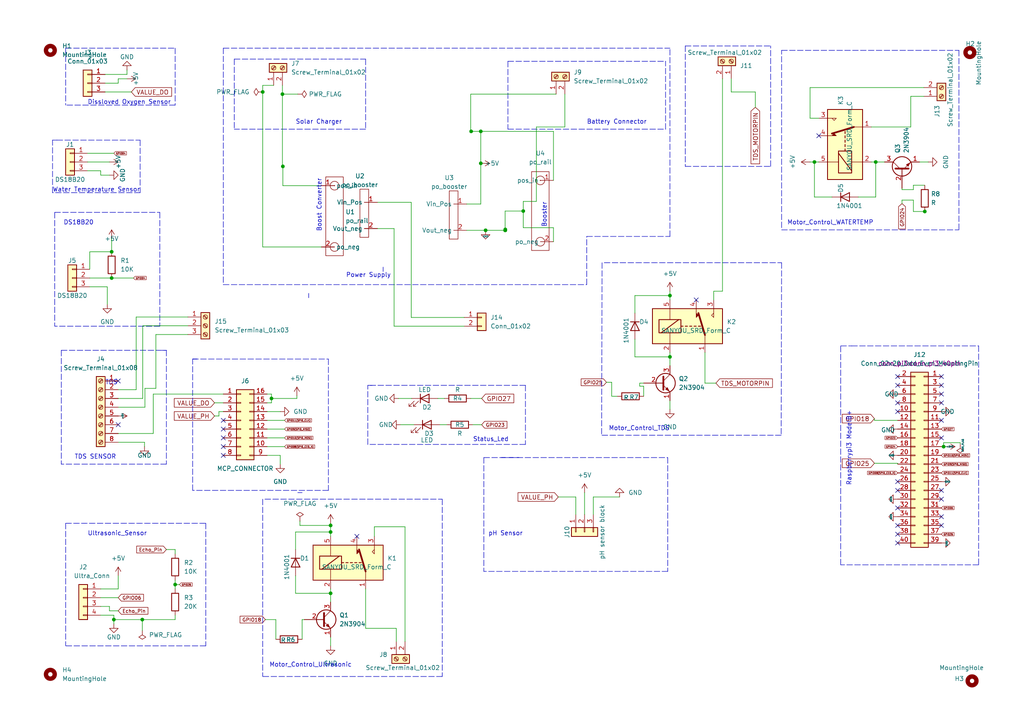
<source format=kicad_sch>
(kicad_sch (version 20211123) (generator eeschema)
  (paper "A4")
  (lib_symbols
    (symbol "Connector:Screw_Terminal_01x02" (pin_names (offset 1.016) hide)
      (property "Reference" "J" (at 0 2.54 0))
      (property "Value" "Screw_Terminal_01x02" (at 0 -5.08 0))
      (symbol "Screw_Terminal_01x02_1_1"
        (pin passive line (at -5.08 0 0) (length 3.81) (name "Pin_1") (number "1"))
        (pin passive line (at -5.08 -2.54 0) (length 3.81) (name "Pin_2") (number "2"))
      )
    )
    (symbol "Connector:Screw_Terminal_01x03" (pin_names (offset 1.016) hide)
      (property "Reference" "J" (at 0 5.08 0))
      (property "Value" "Screw_Terminal_01x03" (at 0 -5.08 0))
      (symbol "Screw_Terminal_01x03_1_1"
        (pin passive line (at -5.08 2.54 0) (length 3.81) (name "Pin_1") (number "1"))
        (pin passive line (at -5.08 0 0) (length 3.81) (name "Pin_2") (number "2"))
        (pin passive line (at -5.08 -2.54 0) (length 3.81) (name "Pin_3") (number "3"))
      )
    )
    (symbol "Connector:Screw_Terminal_01x08" (pin_names (offset 1.016) hide)
      (property "Reference" "J" (at 0 10.16 0))
      (property "Value" "Screw_Terminal_01x08" (at 0 -12.7 0))
      (symbol "Screw_Terminal_01x08_1_1"
        (pin passive line (at -5.08 7.62 0) (length 3.81) (name "Pin_1") (number "1"))
        (pin passive line (at -5.08 5.08 0) (length 3.81) (name "Pin_2") (number "2"))
        (pin passive line (at -5.08 2.54 0) (length 3.81) (name "Pin_3") (number "3"))
        (pin passive line (at -5.08 0 0) (length 3.81) (name "Pin_4") (number "4"))
        (pin passive line (at -5.08 -2.54 0) (length 3.81) (name "Pin_5") (number "5"))
        (pin passive line (at -5.08 -5.08 0) (length 3.81) (name "Pin_6") (number "6"))
        (pin passive line (at -5.08 -7.62 0) (length 3.81) (name "Pin_7") (number "7"))
        (pin passive line (at -5.08 -10.16 0) (length 3.81) (name "Pin_8") (number "8"))
      )
    )
    (symbol "Connector_Generic:Conn_01x02" (pin_names (offset 1.016) hide)
      (property "Reference" "J" (at 0 2.54 0))
      (property "Value" "Conn_01x02" (at 0 -5.08 0))
      (symbol "Conn_01x02_1_1"
        (pin passive line (at -5.08 0 0) (length 3.81) (name "Pin_1") (number "1"))
        (pin passive line (at -5.08 -2.54 0) (length 3.81) (name "Pin_2") (number "2"))
      )
    )
    (symbol "Connector_Generic:Conn_01x03" (pin_names (offset 1.016) hide)
      (property "Reference" "J" (at 0 5.08 0))
      (property "Value" "Conn_01x03" (at 0 -5.08 0))
      (symbol "Conn_01x03_1_1"
        (pin passive line (at -5.08 2.54 0) (length 3.81) (name "Pin_1") (number "1"))
        (pin passive line (at -5.08 0 0) (length 3.81) (name "Pin_2") (number "2"))
        (pin passive line (at -5.08 -2.54 0) (length 3.81) (name "Pin_3") (number "3"))
      )
    )
    (symbol "Connector_Generic:Conn_01x04" (pin_names (offset 1.016) hide)
      (property "Reference" "J" (at 0 5.08 0))
      (property "Value" "Conn_01x04" (at 0 -7.62 0))
      (symbol "Conn_01x04_1_1"
        (pin passive line (at -5.08 2.54 0) (length 3.81) (name "Pin_1") (number "1"))
        (pin passive line (at -5.08 0 0) (length 3.81) (name "Pin_2") (number "2"))
        (pin passive line (at -5.08 -2.54 0) (length 3.81) (name "Pin_3") (number "3"))
        (pin passive line (at -5.08 -5.08 0) (length 3.81) (name "Pin_4") (number "4"))
      )
    )
    (symbol "Connector_Generic:Conn_02x08_Row_Letter_Last" (pin_names (offset 1.016) hide)
      (property "Reference" "J6" (at 1.27 11.43 0))
      (property "Value" "MCP_CONNECTOR" (at 1.27 -13.97 0))
      (symbol "Conn_02x08_Row_Letter_Last_1_1"
        (pin passive line (at -5.08 7.62 0) (length 3.81) (name "Pin_1a") (number "1"))
        (pin passive line (at 7.62 -7.62 180) (length 3.81) (name "Pin_7b") (number "10"))
        (pin passive line (at 7.62 -5.08 180) (length 3.81) (name "Pin_6b") (number "11"))
        (pin passive line (at 7.62 -2.54 180) (length 3.81) (name "Pin_5b") (number "12"))
        (pin passive line (at 7.62 0 180) (length 3.81) (name "Pin_4b") (number "13"))
        (pin passive line (at 7.62 2.54 180) (length 3.81) (name "Pin_3b") (number "14"))
        (pin passive line (at 7.62 5.08 180) (length 3.81) (name "Pin_2b") (number "15"))
        (pin passive line (at 7.62 7.62 180) (length 3.81) (name "Pin_1b") (number "16"))
        (pin passive line (at -5.08 5.08 0) (length 3.81) (name "Pin_2a") (number "2"))
        (pin passive line (at -5.08 2.54 0) (length 3.81) (name "Pin_3a") (number "3"))
        (pin passive line (at -5.08 0 0) (length 3.81) (name "Pin_4a") (number "4"))
        (pin passive line (at -5.08 -2.54 0) (length 3.81) (name "Pin_5a") (number "5"))
        (pin passive line (at -5.08 -5.08 0) (length 3.81) (name "Pin_6a") (number "6"))
        (pin passive line (at -5.08 -7.62 0) (length 3.81) (name "Pin_7a") (number "7"))
        (pin passive line (at -5.08 -10.16 0) (length 3.81) (name "Pin_8a") (number "8"))
        (pin passive line (at 7.62 -10.16 180) (length 3.81) (name "Pin_8b") (number "9"))
      )
    )
    (symbol "Connector_Generic_MountingPin:Conn_02x20_Odd_Even_MountingPin" (pin_names (offset 1.016) hide)
      (property "Reference" "J12" (at 1.27 29.21 0))
      (property "Value" "Conn_02x20_Odd_Even_MountingPin" (at 1.27 26.67 0))
      (property "Footprint" "Connector_IDC:IDC-Header_2x20-1MP_P2.54mm_Latch_Vertical" (at 1.27 26.67 0))
      (symbol "Conn_02x20_Odd_Even_MountingPin_1_1"
        (pin passive line (at -5.08 22.86 0) (length 3.81) (name "Pin_1") (number "1"))
        (pin passive line (at 7.62 12.7 180) (length 3.81) (name "Pin_10") (number "10"))
        (pin passive line (at -5.08 10.16 0) (length 3.81) (name "Pin_11") (number "11"))
        (pin passive line (at 7.62 10.16 180) (length 3.81) (name "Pin_12") (number "12"))
        (pin passive line (at -5.08 7.62 0) (length 3.81) (name "Pin_13") (number "13"))
        (pin passive line (at 7.62 7.62 180) (length 3.81) (name "Pin_14") (number "14"))
        (pin passive line (at -5.08 5.08 0) (length 3.81) (name "Pin_15") (number "15"))
        (pin passive line (at 7.62 5.08 180) (length 3.81) (name "Pin_16") (number "16"))
        (pin passive line (at -5.08 2.54 0) (length 3.81) (name "Pin_17") (number "17"))
        (pin passive line (at 7.62 2.54 180) (length 3.81) (name "Pin_18") (number "18"))
        (pin passive line (at -5.08 0 0) (length 3.81) (name "Pin_19") (number "19"))
        (pin passive line (at 7.62 22.86 180) (length 3.81) (name "Pin_2") (number "2"))
        (pin passive line (at 7.62 0 180) (length 3.81) (name "Pin_20") (number "20"))
        (pin passive line (at -5.08 -2.54 0) (length 3.81) (name "Pin_21") (number "21"))
        (pin passive line (at 7.62 -2.54 180) (length 3.81) (name "Pin_22") (number "22"))
        (pin passive line (at -5.08 -5.08 0) (length 3.81) (name "Pin_23") (number "23"))
        (pin passive line (at 7.62 -5.08 180) (length 3.81) (name "Pin_24") (number "24"))
        (pin passive line (at -5.08 -7.62 0) (length 3.81) (name "Pin_25") (number "25"))
        (pin passive line (at 7.62 -7.62 180) (length 3.81) (name "Pin_26") (number "26"))
        (pin passive line (at -5.08 -10.16 0) (length 3.81) (name "Pin_27") (number "27"))
        (pin passive line (at 7.62 -10.16 180) (length 3.81) (name "Pin_28") (number "28"))
        (pin passive line (at -5.08 -12.7 0) (length 3.81) (name "Pin_29") (number "29"))
        (pin passive line (at -5.08 20.32 0) (length 3.81) (name "Pin_3") (number "3"))
        (pin passive line (at 7.62 -12.7 180) (length 3.81) (name "Pin_30") (number "30"))
        (pin passive line (at -5.08 -15.24 0) (length 3.81) (name "Pin_31") (number "31"))
        (pin passive line (at 7.62 -15.24 180) (length 3.81) (name "Pin_32") (number "32"))
        (pin passive line (at -5.08 -17.78 0) (length 3.81) (name "Pin_33") (number "33"))
        (pin passive line (at 7.62 -17.78 180) (length 3.81) (name "Pin_34") (number "34"))
        (pin passive line (at -5.08 -20.32 0) (length 3.81) (name "Pin_35") (number "35"))
        (pin passive line (at 7.62 -20.32 180) (length 3.81) (name "Pin_36") (number "36"))
        (pin passive line (at -5.08 -22.86 0) (length 3.81) (name "Pin_37") (number "37"))
        (pin passive line (at 7.62 -22.86 180) (length 3.81) (name "Pin_38") (number "38"))
        (pin passive line (at -5.08 -25.4 0) (length 3.81) (name "Pin_39") (number "39"))
        (pin passive line (at 7.62 20.32 180) (length 3.81) (name "Pin_4") (number "4"))
        (pin passive line (at 7.62 -25.4 180) (length 3.81) (name "Pin_40") (number "40"))
        (pin passive line (at -5.08 17.78 0) (length 3.81) (name "Pin_5") (number "5"))
        (pin passive line (at 7.62 17.78 180) (length 3.81) (name "Pin_6") (number "6"))
        (pin passive line (at -5.08 15.24 0) (length 3.81) (name "Pin_7") (number "7"))
        (pin passive line (at 7.62 15.24 180) (length 3.81) (name "Pin_8") (number "8"))
        (pin passive line (at -5.08 12.7 0) (length 3.81) (name "Pin_9") (number "9"))
      )
    )
    (symbol "Device:LED" (pin_numbers hide) (pin_names (offset 1.016) hide)
      (property "Reference" "D" (at 0 2.54 0))
      (property "Value" "LED" (at 0 -2.54 0))
      (symbol "LED_1_1"
        (pin passive line (at -3.81 0 0) (length 2.54) (name "K") (number "1"))
        (pin passive line (at 3.81 0 180) (length 2.54) (name "A") (number "2"))
      )
    )
    (symbol "Device:R" (pin_numbers hide) (pin_names (offset 0))
      (property "Reference" "R" (at 2.032 0 90))
      (property "Value" "R" (at 0 0 90))
      (symbol "R_1_1"
        (pin passive line (at 0 3.81 270) (length 1.27) (name "~") (number "1"))
        (pin passive line (at 0 -3.81 90) (length 1.27) (name "~") (number "2"))
      )
    )
    (symbol "Diode:1N4001" (pin_numbers hide) (pin_names (offset 1.016) hide)
      (property "Reference" "D" (at 0 2.54 0))
      (property "Value" "1N4001" (at 0 -2.54 0))
      (symbol "1N4001_1_1"
        (pin passive line (at -3.81 0 0) (length 2.54) (name "K") (number "1"))
        (pin passive line (at 3.81 0 180) (length 2.54) (name "A") (number "2"))
      )
    )
    (symbol "Mechanical:MountingHole" (pin_names (offset 1.016))
      (property "Reference" "H" (at 0 5.08 0))
      (property "Value" "MountingHole" (at 0 3.175 0))
    )
    (symbol "Relay:SANYOU_SRD_Form_C"
      (property "Reference" "K" (at 11.43 3.81 0))
      (property "Value" "SANYOU_SRD_Form_C" (at 11.43 1.27 0))
      (symbol "SANYOU_SRD_Form_C_1_1"
        (pin passive line (at 5.08 -7.62 90) (length 2.54) (name "~") (number "1"))
        (pin passive line (at -5.08 -7.62 90) (length 2.54) (name "~") (number "2"))
        (pin passive line (at 7.62 7.62 270) (length 2.54) (name "~") (number "3"))
        (pin passive line (at 2.54 7.62 270) (length 2.54) (name "~") (number "4"))
        (pin passive line (at -5.08 7.62 270) (length 2.54) (name "~") (number "5"))
      )
    )
    (symbol "Transistor_BJT:2N3904" (pin_names (offset 0) hide)
      (property "Reference" "Q" (at 5.08 1.905 0))
      (property "Value" "2N3904" (at 5.08 0 0))
      (symbol "2N3904_1_1"
        (pin passive line (at 2.54 -5.08 90) (length 2.54) (name "E") (number "1"))
        (pin passive line (at -5.08 0 0) (length 5.715) (name "B") (number "2"))
        (pin passive line (at 2.54 5.08 270) (length 2.54) (name "C") (number "3"))
      )
    )
    (symbol "po_booster_1"
      (property "Reference" "U2" (at 1.27 11.43 0))
      (property "Value" "po_booster" (at 1.27 8.89 0))
      (symbol "po_booster_1_1_1"
        (pin passive line (at -3.81 3.81 0) (length 3.81) (name "Vin_Pos") (number "1"))
        (pin passive line (at -3.81 -3.81 0) (length 3.81) (name "Vout_neg") (number "2"))
      )
    )
    (symbol "po_sol:po_rail"
      (property "Reference" "U" (at 0 -11.43 0))
      (property "Value" "po_rail" (at 0 13.97 0))
      (symbol "po_rail_1_1"
        (pin passive line (at -3.81 6.35 0) (length 3.81) (name "pos_in") (number "1"))
        (pin passive line (at -3.81 -11.43 0) (length 3.81) (name "po_neg") (number "2"))
      )
    )
    (symbol "power:+3.3V" (power) (pin_names (offset 0))
      (property "Value" "+3.3V" (at 0 3.556 0))
      (symbol "+3.3V_1_1"
        (pin power_in line (at 0 0 90) (length 0) hide (name "+3V3") (number "1"))
      )
    )
    (symbol "power:+5V" (power) (pin_names (offset 0))
      (property "Value" "+5V" (at 0 3.556 0))
      (symbol "+5V_1_1"
        (pin power_in line (at 0 0 90) (length 0) hide (name "+5V") (number "1"))
      )
    )
    (symbol "power:GND" (power) (pin_names (offset 0))
      (property "Value" "GND" (at 0 -3.81 0))
      (symbol "GND_1_1"
        (pin power_in line (at 0 0 270) (length 0) hide (name "GND") (number "1"))
      )
    )
    (symbol "power:PWR_FLAG" (power) (pin_numbers hide) (pin_names (offset 0) hide)
      (property "Value" "PWR_FLAG" (at 0 3.81 0))
      (symbol "PWR_FLAG_0_0"
        (pin power_out line (at 0 0 90) (length 0) (name "pwr") (number "1"))
      )
    )
  )
  (junction (at 273.685 129.54))
  (junction (at 50.8 169.545))
  (junction (at 33.02 179.705))
  (junction (at 236.22 46.99))
  (junction (at 82.042 48.26))
  (junction (at 151.765 61.214))
  (junction (at 140.843 66.802))
  (junction (at 136.652 38.1))
  (junction (at 268.224 61.341))
  (junction (at 139.446 47.371))
  (junction (at 146.558 66.802))
  (junction (at 32.385 73.025))
  (junction (at 146.558 66.548))
  (junction (at 254 46.99))
  (junction (at 41.275 179.705))
  (junction (at 95.885 152.4))
  (junction (at 194.31 103.505))
  (junction (at 194.31 85.725))
  (junction (at 95.885 172.085))
  (junction (at 78.74 115.57))
  (junction (at 32.385 80.645))
  (junction (at 81.915 27.305))
  (junction (at 76.2 26.67))
  (junction (at 146.5072 66.802))
  (junction (at 95.885 154.305))
  (junction (at 139.446 38.1))
  (no_connect (at 273.05 149.86))
  (no_connect (at 237.49 39.37))
  (no_connect (at 273.05 111.76))
  (no_connect (at 273.05 144.78))
  (no_connect (at 64.77 124.46))
  (no_connect (at 64.77 127))
  (no_connect (at 64.77 129.54))
  (no_connect (at 64.77 132.08))
  (no_connect (at 34.29 110.49))
  (no_connect (at 260.35 142.24))
  (no_connect (at 273.05 152.4))
  (no_connect (at 260.35 116.84))
  (no_connect (at 273.05 116.84))
  (no_connect (at 260.35 139.7))
  (no_connect (at 273.05 142.24))
  (no_connect (at 260.35 147.32))
  (no_connect (at 260.35 119.38))
  (no_connect (at 201.93 86.995))
  (no_connect (at 273.05 127))
  (no_connect (at 260.35 154.94))
  (no_connect (at 260.35 157.48))
  (no_connect (at 273.05 114.3))
  (no_connect (at 260.35 152.4))
  (no_connect (at 260.35 109.22))
  (no_connect (at 260.35 111.76))
  (no_connect (at 34.29 123.19))
  (no_connect (at 273.05 109.22))
  (no_connect (at 273.05 121.92))
  (no_connect (at 64.77 121.92))
  (no_connect (at 103.505 155.575))
  (wire (pts (xy 241.3 57.15) (xy 236.22 57.15)))
  (wire (pts (xy 114.935 182.245) (xy 114.935 186.055)))
  (polyline (pts (xy 152.4 111.76) (xy 152.4 128.905)))
  (wire (pts (xy 45.212 112.649) (xy 42.037 112.649)))
  (polyline (pts (xy 106.045 37.465) (xy 67.945 37.465)))
  (wire (pts (xy 117.475 152.781) (xy 117.475 186.055)))
  (polyline (pts (xy 40.64 55.88) (xy 15.24 55.88)))
  (wire (pts (xy 151.765 58.42) (xy 151.765 61.214)))
  (wire (pts (xy 109.474 58.674) (xy 119.2784 58.674)))
  (wire (pts (xy 254 46.99) (xy 256.54 46.99)))
  (wire (pts (xy 29.21 178.435) (xy 33.02 178.435)))
  (wire (pts (xy 127 115.57) (xy 128.905 115.57)))
  (polyline (pts (xy 76.2 144.78) (xy 76.2 196.215)))
  (polyline (pts (xy 64.77 13.97) (xy 64.77 82.55)))
  (polyline (pts (xy 106.68 128.905) (xy 106.68 111.76)))
  (polyline (pts (xy 95.25 142.24) (xy 55.88 142.24)))
  (wire (pts (xy 87.63 179.705) (xy 88.265 179.705)))
  (wire (pts (xy 41.402 94.488) (xy 54.483 94.488)))
  (wire (pts (xy 194.31 103.505) (xy 194.31 106.045)))
  (polyline (pts (xy 40.64 40.64) (xy 40.64 55.88)))
  (wire (pts (xy 252.73 46.99) (xy 254 46.99)))
  (wire (pts (xy 77.47 121.92) (xy 82.55 121.92)))
  (polyline (pts (xy 152.4 128.905) (xy 106.68 128.905)))
  (polyline (pts (xy 76.835 144.78) (xy 128.27 144.78)))
  (wire (pts (xy 252.73 36.83) (xy 264.16 36.83)))
  (wire (pts (xy 212.09 26.67) (xy 212.09 22.86)))
  (wire (pts (xy 146.5072 61.214) (xy 151.765 61.214)))
  (wire (pts (xy 248.92 57.15) (xy 254 57.15)))
  (wire (pts (xy 85.725 167.005) (xy 85.725 172.085)))
  (polyline (pts (xy 59.69 151.765) (xy 59.69 187.325)))
  (wire (pts (xy 26.035 78.105) (xy 26.035 73.025)))
  (polyline (pts (xy 147.32 17.78) (xy 193.04 17.78)))
  (wire (pts (xy 264.922 61.341) (xy 264.922 58.039)))
  (polyline (pts (xy 19.05 151.765) (xy 59.69 151.765)))
  (wire (pts (xy 146.558 66.802) (xy 146.558 66.548)))
  (wire (pts (xy 34.29 115.57) (xy 41.402 115.57)))
  (wire (pts (xy 26.035 80.645) (xy 32.385 80.645)))
  (wire (pts (xy 127.635 123.19) (xy 129.54 123.19)))
  (wire (pts (xy 77.47 119.38) (xy 81.28 119.38)))
  (polyline (pts (xy 223.52 48.26) (xy 223.52 13.335)))
  (wire (pts (xy 82.042 53.848) (xy 93.218 53.848)))
  (wire (pts (xy 76.2 24.765) (xy 76.2 26.67)))
  (polyline (pts (xy 50.8 13.97) (xy 50.8 30.48)))
  (wire (pts (xy 25.4 49.53) (xy 29.21 49.53)))
  (wire (pts (xy 184.15 98.425) (xy 184.15 103.505)))
  (polyline (pts (xy 128.27 144.78) (xy 128.27 196.215)))
  (wire (pts (xy 95.885 152.4) (xy 95.885 154.305)))
  (polyline (pts (xy 147.32 17.78) (xy 147.32 37.465)))
  (polyline (pts (xy 145.415 132.715) (xy 193.675 132.715)))
  (wire (pts (xy 264.922 58.039) (xy 261.62 58.039)))
  (polyline (pts (xy 193.04 37.465) (xy 193.04 17.78)))
  (polyline (pts (xy 19.05 151.765) (xy 19.05 187.325)))
  (polyline (pts (xy 19.05 13.97) (xy 50.8 13.97)))
  (wire (pts (xy 134.62 94.615) (xy 114.3 94.615)))
  (wire (pts (xy 86.106 114.808) (xy 86.106 115.57)))
  (wire (pts (xy 34.29 170.815) (xy 34.29 167.005)))
  (wire (pts (xy 139.446 38.1) (xy 160.528 38.1)))
  (polyline (pts (xy 193.675 165.735) (xy 140.335 165.735)))
  (wire (pts (xy 44.45 114.3) (xy 44.45 125.73)))
  (polyline (pts (xy 170.18 82.55) (xy 170.18 68.58)))
  (wire (pts (xy 81.915 24.765) (xy 81.915 27.305)))
  (polyline (pts (xy 226.568 126.238) (xy 174.498 126.238)))
  (polyline (pts (xy 64.77 82.55) (xy 170.18 82.55)))
  (wire (pts (xy 106.045 182.245) (xy 114.935 182.245)))
  (polyline (pts (xy 67.945 17.145) (xy 67.945 37.465)))
  (wire (pts (xy 117.475 152.781) (xy 108.585 152.781)))
  (polyline (pts (xy 107.315 111.76) (xy 152.4 111.76)))
  (polyline (pts (xy 243.84 163.83) (xy 243.84 100.33)))
  (wire (pts (xy 29.21 170.815) (xy 34.29 170.815)))
  (polyline (pts (xy 106.045 17.145) (xy 106.045 37.465)))
  (wire (pts (xy 185.547 112.014) (xy 185.547 111.125)))
  (wire (pts (xy 48.26 159.385) (xy 50.8 159.385)))
  (wire (pts (xy 81.915 27.305) (xy 81.915 48.26)))
  (wire (pts (xy 95.885 172.085) (xy 95.885 174.625)))
  (polyline (pts (xy 247.015 100.33) (xy 283.845 100.33)))
  (wire (pts (xy 31.115 83.185) (xy 31.115 88.265)))
  (polyline (pts (xy 15.24 40.64) (xy 16.51 40.64)))
  (wire (pts (xy 30.48 26.67) (xy 38.1 26.67)))
  (polyline (pts (xy 283.845 163.83) (xy 243.84 163.83)))
  (polyline (pts (xy 140.335 132.715) (xy 150.495 132.715)))
  (wire (pts (xy 25.4 44.45) (xy 33.02 44.45)))
  (wire (pts (xy 135.382 59.182) (xy 139.446 59.182)))
  (polyline (pts (xy 226.695 14.605) (xy 278.13 14.605)))
  (polyline (pts (xy 15.24 55.88) (xy 15.24 40.64)))
  (wire (pts (xy 136.525 38.1) (xy 136.652 38.1)))
  (wire (pts (xy 115.57 115.57) (xy 119.38 115.57)))
  (wire (pts (xy 136.652 38.1) (xy 139.446 38.1)))
  (wire (pts (xy 42.037 118.11) (xy 34.29 118.11)))
  (wire (pts (xy 260.35 121.92) (xy 253.619 121.92)))
  (polyline (pts (xy 226.695 76.2) (xy 226.568 126.238)))
  (wire (pts (xy 268.224 61.341) (xy 264.922 61.341)))
  (wire (pts (xy 264.16 27.94) (xy 267.97 27.94)))
  (wire (pts (xy 93.218 71.628) (xy 76.2 71.628)))
  (wire (pts (xy 81.915 27.305) (xy 86.36 27.305)))
  (wire (pts (xy 114.3 66.294) (xy 114.3 94.615)))
  (wire (pts (xy 36.83 21.59) (xy 36.83 20.32)))
  (wire (pts (xy 29.21 173.355) (xy 34.29 173.355)))
  (wire (pts (xy 78.74 115.57) (xy 78.74 114.3)))
  (wire (pts (xy 212.09 26.67) (xy 219.075 26.67)))
  (wire (pts (xy 76.962 179.705) (xy 80.01 179.705)))
  (wire (pts (xy 185.547 111.125) (xy 186.69 111.125)))
  (polyline (pts (xy 147.32 37.465) (xy 193.04 37.465)))
  (polyline (pts (xy 16.51 40.64) (xy 40.64 40.64)))
  (wire (pts (xy 139.446 47.371) (xy 139.446 38.1)))
  (polyline (pts (xy 193.675 132.715) (xy 193.675 165.735)))
  (wire (pts (xy 85.725 159.385) (xy 85.725 154.305)))
  (wire (pts (xy 29.21 175.895) (xy 31.75 175.895)))
  (wire (pts (xy 62.23 120.65) (xy 63.5 120.65)))
  (wire (pts (xy 268.224 53.721) (xy 264.922 53.721)))
  (polyline (pts (xy 46.99 101.6) (xy 48.26 101.6)))
  (polyline (pts (xy 174.625 76.2) (xy 174.498 126.238)))
  (polyline (pts (xy 198.755 13.335) (xy 223.52 13.335)))
  (wire (pts (xy 139.446 59.182) (xy 139.446 47.371)))
  (wire (pts (xy 77.47 114.3) (xy 78.74 114.3)))
  (polyline (pts (xy 111.125 78.74) (xy 111.125 77.47)))
  (wire (pts (xy 33.02 179.705) (xy 41.275 179.705)))
  (wire (pts (xy 137.16 123.19) (xy 139.7 123.19)))
  (polyline (pts (xy 95.25 104.14) (xy 95.25 142.24)))
  (wire (pts (xy 234.95 25.4) (xy 267.97 25.4)))
  (wire (pts (xy 204.47 111.125) (xy 207.645 111.125)))
  (wire (pts (xy 186.69 112.014) (xy 185.547 112.014)))
  (wire (pts (xy 33.02 178.435) (xy 33.02 179.705)))
  (wire (pts (xy 172.085 144.145) (xy 172.085 149.225)))
  (wire (pts (xy 146.5072 66.802) (xy 146.5072 61.214)))
  (wire (pts (xy 77.47 116.84) (xy 78.74 116.84)))
  (wire (pts (xy 167.005 144.145) (xy 167.005 149.225)))
  (wire (pts (xy 34.29 22.86) (xy 36.83 22.86)))
  (wire (pts (xy 209.55 84.455) (xy 207.01 84.455)))
  (wire (pts (xy 177.419 114.935) (xy 177.419 110.871)))
  (wire (pts (xy 194.31 84.455) (xy 194.31 85.725)))
  (polyline (pts (xy 89.535 86.36) (xy 89.535 85.09)))
  (wire (pts (xy 179.705 144.145) (xy 172.085 144.145)))
  (wire (pts (xy 207.01 84.455) (xy 207.01 86.995)))
  (wire (pts (xy 155.575 58.42) (xy 151.765 58.42)))
  (wire (pts (xy 85.725 154.305) (xy 95.885 154.305)))
  (polyline (pts (xy 86.36 142.875) (xy 87.63 142.875)))
  (wire (pts (xy 261.62 59.055) (xy 261.62 58.039)))
  (wire (pts (xy 268.351 61.341) (xy 268.224 61.341)))
  (wire (pts (xy 109.474 66.294) (xy 114.3 66.294)))
  (wire (pts (xy 273.685 128.397) (xy 278.511 128.397)))
  (wire (pts (xy 39.497 91.948) (xy 54.483 91.948)))
  (wire (pts (xy 78.74 116.84) (xy 78.74 115.57)))
  (polyline (pts (xy 278.13 14.605) (xy 278.13 66.675)))
  (polyline (pts (xy 67.945 17.145) (xy 106.045 17.145)))
  (wire (pts (xy 87.63 179.705) (xy 87.63 185.42)))
  (wire (pts (xy 136.525 27.305) (xy 136.525 38.1)))
  (wire (pts (xy 266.7 46.99) (xy 269.24 46.99)))
  (wire (pts (xy 31.75 175.895) (xy 31.75 177.165)))
  (wire (pts (xy 41.402 115.57) (xy 41.402 94.488)))
  (polyline (pts (xy 17.78 101.6) (xy 48.26 101.6)))
  (wire (pts (xy 234.95 46.99) (xy 236.22 46.99)))
  (polyline (pts (xy 15.875 61.595) (xy 46.355 61.595)))
  (wire (pts (xy 26.035 73.025) (xy 32.385 73.025)))
  (wire (pts (xy 253.619 134.366) (xy 260.35 134.366)))
  (polyline (pts (xy 59.69 187.325) (xy 19.05 187.325)))
  (wire (pts (xy 254 57.15) (xy 254 46.99)))
  (wire (pts (xy 108.585 152.781) (xy 108.585 155.575)))
  (wire (pts (xy 25.4 46.99) (xy 31.75 46.99)))
  (wire (pts (xy 50.8 169.545) (xy 52.07 169.545)))
  (wire (pts (xy 95.885 151.765) (xy 95.885 152.4)))
  (polyline (pts (xy 50.8 30.48) (xy 19.05 30.48)))
  (wire (pts (xy 32.385 80.645) (xy 38.735 80.645)))
  (wire (pts (xy 116.205 123.19) (xy 120.015 123.19)))
  (wire (pts (xy 219.075 26.67) (xy 219.075 31.115)))
  (wire (pts (xy 184.15 103.505) (xy 194.31 103.505)))
  (polyline (pts (xy 243.84 100.33) (xy 247.015 100.33)))
  (wire (pts (xy 119.2784 58.674) (xy 119.2784 92.075)))
  (wire (pts (xy 236.22 46.99) (xy 237.49 46.99)))
  (wire (pts (xy 34.29 125.73) (xy 44.45 125.73)))
  (wire (pts (xy 155.575 36.83) (xy 155.575 58.42)))
  (wire (pts (xy 236.22 57.15) (xy 236.22 46.99)))
  (wire (pts (xy 29.21 50.8) (xy 31.75 50.8)))
  (polyline (pts (xy 106.68 111.76) (xy 107.95 111.76)))
  (wire (pts (xy 106.045 170.815) (xy 106.045 182.245)))
  (wire (pts (xy 82.042 48.26) (xy 82.042 53.848)))
  (wire (pts (xy 32.385 69.215) (xy 32.385 73.025)))
  (wire (pts (xy 186.69 114.935) (xy 186.69 112.014)))
  (polyline (pts (xy 194.31 68.58) (xy 194.31 13.97)))
  (polyline (pts (xy 175.26 76.2) (xy 226.695 76.2)))
  (polyline (pts (xy 17.78 101.6) (xy 17.78 134.62)))
  (wire (pts (xy 261.62 54.991) (xy 261.62 54.61)))
  (wire (pts (xy 86.995 151.13) (xy 86.995 152.4)))
  (wire (pts (xy 50.8 169.545) (xy 50.8 170.815)))
  (wire (pts (xy 184.15 90.805) (xy 184.15 85.725)))
  (polyline (pts (xy 46.355 61.595) (xy 46.355 94.615)))
  (wire (pts (xy 184.15 85.725) (xy 194.31 85.725)))
  (wire (pts (xy 42.037 112.649) (xy 42.037 118.11)))
  (wire (pts (xy 95.885 154.305) (xy 95.885 155.575)))
  (wire (pts (xy 34.29 24.13) (xy 34.29 22.86)))
  (wire (pts (xy 41.275 179.705) (xy 41.275 182.88)))
  (wire (pts (xy 44.45 114.3) (xy 64.77 114.3)))
  (wire (pts (xy 253.619 121.92) (xy 253.619 121.412)))
  (wire (pts (xy 86.995 152.4) (xy 95.885 152.4)))
  (polyline (pts (xy 226.695 66.675) (xy 278.13 66.675)))
  (wire (pts (xy 273.685 129.54) (xy 273.685 128.397)))
  (polyline (pts (xy 198.755 48.26) (xy 223.52 48.26)))
  (wire (pts (xy 163.83 27.305) (xy 163.83 36.83)))
  (wire (pts (xy 29.21 49.53) (xy 29.21 50.8)))
  (wire (pts (xy 78.74 115.57) (xy 86.106 115.57)))
  (wire (pts (xy 77.47 127) (xy 82.55 127)))
  (wire (pts (xy 134.62 92.075) (xy 119.2784 92.075)))
  (wire (pts (xy 169.545 142.875) (xy 169.545 149.225)))
  (polyline (pts (xy 64.77 13.97) (xy 194.31 13.97)))
  (wire (pts (xy 30.48 24.13) (xy 34.29 24.13)))
  (wire (pts (xy 26.035 83.185) (xy 31.115 83.185)))
  (wire (pts (xy 81.915 48.26) (xy 82.042 48.26)))
  (wire (pts (xy 160.528 52.324) (xy 160.528 38.1)))
  (wire (pts (xy 204.47 102.235) (xy 204.47 111.125)))
  (polyline (pts (xy 55.88 104.14) (xy 95.25 104.14)))
  (wire (pts (xy 273.685 129.54) (xy 274.447 129.54)))
  (wire (pts (xy 41.275 179.705) (xy 50.8 179.705)))
  (wire (pts (xy 194.31 85.725) (xy 194.31 86.995)))
  (polyline (pts (xy 128.27 196.215) (xy 76.2 196.215)))
  (wire (pts (xy 80.01 179.705) (xy 80.01 185.42)))
  (wire (pts (xy 146.5072 66.802) (xy 146.558 66.802)))
  (wire (pts (xy 135.382 66.802) (xy 140.843 66.802)))
  (wire (pts (xy 34.29 113.03) (xy 39.497 113.03)))
  (polyline (pts (xy 46.355 94.615) (xy 15.875 94.615)))
  (wire (pts (xy 45.212 97.028) (xy 45.212 112.649)))
  (polyline (pts (xy 198.755 13.335) (xy 198.755 48.26)))
  (wire (pts (xy 194.31 102.235) (xy 194.31 103.505)))
  (polyline (pts (xy 140.335 132.715) (xy 140.335 165.735)))
  (polyline (pts (xy 226.695 66.04) (xy 226.695 14.605)))
  (wire (pts (xy 234.95 34.29) (xy 234.95 25.4)))
  (wire (pts (xy 136.525 115.57) (xy 139.7 115.57)))
  (wire (pts (xy 160.528 66.04) (xy 160.528 70.104)))
  (polyline (pts (xy 170.18 68.58) (xy 194.31 68.58)))
  (wire (pts (xy 175.895 110.871) (xy 177.419 110.871)))
  (wire (pts (xy 264.16 36.83) (xy 264.16 27.94)))
  (wire (pts (xy 95.885 170.815) (xy 95.885 172.085)))
  (wire (pts (xy 77.47 132.08) (xy 81.28 132.08)))
  (wire (pts (xy 41.91 128.27) (xy 41.91 129.54)))
  (wire (pts (xy 264.922 53.721) (xy 264.922 54.991)))
  (wire (pts (xy 136.525 27.305) (xy 161.29 27.305)))
  (polyline (pts (xy 55.88 142.24) (xy 55.88 104.14)))
  (wire (pts (xy 50.8 178.435) (xy 50.8 179.705)))
  (wire (pts (xy 161.925 144.145) (xy 167.005 144.145)))
  (wire (pts (xy 34.29 128.27) (xy 41.91 128.27)))
  (wire (pts (xy 85.725 172.085) (xy 95.885 172.085)))
  (wire (pts (xy 76.2 26.67) (xy 76.2 71.628)))
  (wire (pts (xy 79.375 24.765) (xy 76.2 24.765)))
  (wire (pts (xy 77.47 129.54) (xy 82.55 129.54)))
  (wire (pts (xy 95.885 184.785) (xy 95.885 187.325)))
  (polyline (pts (xy 55.88 104.14) (xy 57.15 104.14)))
  (wire (pts (xy 260.35 134.366) (xy 260.35 134.62)))
  (wire (pts (xy 278.511 128.397) (xy 278.511 128.778)))
  (wire (pts (xy 209.55 22.86) (xy 209.55 84.455)))
  (wire (pts (xy 179.07 114.935) (xy 177.419 114.935)))
  (wire (pts (xy 30.48 21.59) (xy 36.83 21.59)))
  (wire (pts (xy 62.23 116.84) (xy 64.77 116.84)))
  (wire (pts (xy 50.8 159.385) (xy 50.8 160.655)))
  (wire (pts (xy 194.31 116.205) (xy 194.31 118.745)))
  (polyline (pts (xy 19.05 13.97) (xy 19.05 30.48)))
  (wire (pts (xy 63.5 119.38) (xy 63.5 120.65)))
  (wire (pts (xy 33.02 179.705) (xy 33.02 180.975)))
  (wire (pts (xy 151.765 61.214) (xy 151.765 66.04)))
  (polyline (pts (xy 283.845 100.33) (xy 283.845 163.83)))
  (wire (pts (xy 234.95 34.29) (xy 237.49 34.29)))
  (wire (pts (xy 77.47 124.46) (xy 82.55 124.46)))
  (wire (pts (xy 63.5 119.38) (xy 64.77 119.38)))
  (polyline (pts (xy 48.26 134.62) (xy 17.78 134.62)))
  (wire (pts (xy 81.28 132.08) (xy 81.28 134.62)))
  (wire (pts (xy 31.75 177.165) (xy 34.29 177.165)))
  (wire (pts (xy 163.83 36.83) (xy 155.575 36.83)))
  (wire (pts (xy 273.05 129.54) (xy 273.685 129.54)))
  (wire (pts (xy 140.843 66.802) (xy 146.5072 66.802)))
  (wire (pts (xy 151.765 66.04) (xy 160.528 66.04)))
  (polyline (pts (xy 48.26 101.6) (xy 48.26 134.62)))
  (wire (pts (xy 45.212 97.028) (xy 54.483 97.028)))
  (polyline (pts (xy 15.875 61.595) (xy 15.875 94.615)))
  (wire (pts (xy 39.497 113.03) (xy 39.497 91.948)))
  (wire (pts (xy 50.8 168.275) (xy 50.8 169.545)))
  (wire (pts (xy 264.922 54.991) (xy 261.62 54.991)))
  (text "Boost Converter" (at 93.345 67.31 90) (effects (font (size 1.27 1.27)) (justify left bottom)))
  (text "Dissloved Oxygen Sensor" (at 25.4 30.48 0) (effects (font (size 1.27 1.27)) (justify left bottom)))
  (text "TDS" (at 30.48 111.76 0) (effects (font (size 1.27 1.27)) (justify left bottom)))
  (text "Raspberrypi3 ModelB+" (at 247.015 140.97 90) (effects (font (size 1.27 1.27)) (justify left bottom)))
  (text "pH Sensor " (at 141.605 155.575 0) (effects (font (size 1.27 1.27)) (justify left bottom)))
  (text "TDS SENSOR" (at 21.59 133.35 0) (effects (font (size 1.27 1.27)) (justify left bottom)))
  (text "Status_Led" (at 137.16 128.27 0) (effects (font (size 1.27 1.27)) (justify left bottom)))
  (text "Water Temperature Sensor" (at 15.24 55.88 0) (effects (font (size 1.27 1.27)) (justify left bottom)))
  (text "Battery Connector" (at 170.18 36.195 0) (effects (font (size 1.27 1.27)) (justify left bottom)))
  (text "Power Supply" (at 100.33 80.645 0) (effects (font (size 1.27 1.27)) (justify left bottom)))
  (text "Motor_Control_TDS" (at 176.53 125.095 0) (effects (font (size 1.27 1.27)) (justify left bottom)))
  (text "Ultrasonic_Sensor" (at 25.4 155.575 0) (effects (font (size 1.27 1.27)) (justify left bottom)))
  (text "Motor_Control_Ultrasonic" (at 78.105 193.675 0) (effects (font (size 1.27 1.27)) (justify left bottom)))
  (text "Solar Charger" (at 85.725 36.195 0) (effects (font (size 1.27 1.27)) (justify left bottom)))
  (text "DS18B20" (at 18.415 65.405 0) (effects (font (size 1.27 1.27)) (justify left bottom)))
  (text "Booster" (at 158.623 66.04 90) (effects (font (size 1.27 1.27)) (justify left bottom)))
  (text "Motor_Control_WATERTEMP" (at 253.365 65.405 180) (effects (font (size 1.27 1.27)) (justify right bottom)))
  (global_label "GPIO11(SPI0_CLK)" (shape input) (at 273.05 137.16 0) (effects (font (size 0.5 0.5))) (property "Intersheet References" "${INTERSHEET_REFS}" (effects hide)))
  (global_label "GPIO9(SPI0_MISO)" (shape input) (at 82.55 124.46 0) (effects (font (size 0.5 0.5))) (property "Intersheet References" "${INTERSHEET_REFS}" (effects hide)))
  (global_label "GPIO11(SPI0_CLK)" (shape input) (at 82.55 121.92 0) (effects (font (size 0.5 0.5))) (property "Intersheet References" "${INTERSHEET_REFS}" (effects hide)))
  (global_label "GPIO08(SPI0_CE0_N)" (shape input) (at 82.55 129.54 0) (effects (font (size 0.5 0.5))) (property "Intersheet References" "${INTERSHEET_REFS}" (effects hide)))
  (global_label "TDS_MOTORPIN" (shape input) (at 219.075 31.115 270) (property "Intersheet References" "${INTERSHEET_REFS}" (effects hide)))
  (global_label "GPIO18" (shape input) (at 253.619 121.412 180) (property "Intersheet References" "${INTERSHEET_REFS}" (effects hide)))
  (global_label "GPIO26" (shape input) (at 52.07 169.545 0) (effects (font (size 0.5 0.5))) (property "Intersheet References" "${INTERSHEET_REFS}" (effects hide)))
  (global_label "GPIO27" (shape input) (at 273.05 124.46 0) (effects (font (size 0.5 0.5))) (property "Intersheet References" "${INTERSHEET_REFS}" (effects hide)))
  (global_label "GPIO23" (shape input) (at 260.35 127 180) (effects (font (size 0.5 0.5))) (property "Intersheet References" "${INTERSHEET_REFS}" (effects hide)))
  (global_label "GPIO06" (shape input) (at 273.05 147.32 0) (effects (font (size 0.5 0.5))) (property "Intersheet References" "${INTERSHEET_REFS}" (effects hide)))
  (global_label "GPIO24" (shape input) (at 260.35 129.54 180) (effects (font (size 0.5 0.5))) (property "Intersheet References" "${INTERSHEET_REFS}" (effects hide)))
  (global_label "GPIO26" (shape input) (at 273.05 154.94 0) (effects (font (size 0.5 0.5))) (property "Intersheet References" "${INTERSHEET_REFS}" (effects hide)))
  (global_label "GPIO06" (shape input) (at 34.29 173.355 0) (effects (font (size 1 1))) (property "Intersheet References" "${INTERSHEET_REFS}" (effects hide)))
  (global_label "GPIO10(SPI0_MOSI)" (shape input) (at 273.05 132.08 0) (effects (font (size 0.5 0.5))) (property "Intersheet References" "${INTERSHEET_REFS}" (effects hide)))
  (global_label "GPIO25" (shape input) (at 175.895 110.871 180) (effects (font (size 1 1))) (property "Intersheet References" "${INTERSHEET_REFS}" (effects hide)))
  (global_label "GPIO10(SPI0_MOSI)" (shape input) (at 82.55 127 0) (effects (font (size 0.5 0.5))) (property "Intersheet References" "${INTERSHEET_REFS}" (effects hide)))
  (global_label "Echo_Pin" (shape input) (at 48.26 159.385 180) (effects (font (size 1 1))) (property "Intersheet References" "${INTERSHEET_REFS}" (effects hide)))
  (global_label "GPIO08(SPI0_CE0_N)" (shape input) (at 260.35 137.16 180) (effects (font (size 0.5 0.5))) (property "Intersheet References" "${INTERSHEET_REFS}" (effects hide)))
  (global_label "GPIO04" (shape input) (at 38.735 80.645 0) (effects (font (size 0.5 0.5))) (property "Intersheet References" "${INTERSHEET_REFS}" (effects hide)))
  (global_label "GPIO04" (shape input) (at 33.02 44.45 0) (effects (font (size 0.5 0.5))) (property "Intersheet References" "${INTERSHEET_REFS}" (effects hide)))
  (global_label "VALUE_DO" (shape input) (at 38.1 26.67 0) (property "Intersheet References" "${INTERSHEET_REFS}" (effects hide)))
  (global_label "GPIO23" (shape input) (at 139.7 123.19 0) (effects (font (size 1 1))) (property "Intersheet References" "${INTERSHEET_REFS}" (effects hide)))
  (global_label "Echo_Pin" (shape input) (at 34.29 177.165 0) (effects (font (size 1 1))) (property "Intersheet References" "${INTERSHEET_REFS}" (effects hide)))
  (global_label "VALUE_PH" (shape input) (at 161.925 144.145 180) (property "Intersheet References" "${INTERSHEET_REFS}" (effects hide)))
  (global_label "GPIO25" (shape input) (at 253.619 134.366 180) (property "Intersheet References" "${INTERSHEET_REFS}" (effects hide)))
  (global_label "GPIO27" (shape input) (at 139.7 115.57 0) (property "Intersheet References" "${INTERSHEET_REFS}" (effects hide)))
  (global_label "GPIO18" (shape input) (at 76.962 179.705 180) (effects (font (size 1 1))) (property "Intersheet References" "${INTERSHEET_REFS}" (effects hide)))
  (global_label "GPIO9(SPI0_MISO)" (shape input) (at 273.05 134.62 0) (effects (font (size 0.5 0.5))) (property "Intersheet References" "${INTERSHEET_REFS}" (effects hide)))
  (global_label "GPIO24" (shape input) (at 261.62 59.055 270) (effects (font (size 1 1))) (property "Intersheet References" "${INTERSHEET_REFS}" (effects hide)))
  (global_label "VALUE_PH" (shape input) (at 62.23 120.65 180) (property "Intersheet References" "${INTERSHEET_REFS}" (effects hide)))
  (global_label "VALUE_DO" (shape input) (at 62.23 116.84 180) (property "Intersheet References" "${INTERSHEET_REFS}" (effects hide)))
  (global_label "TDS_MOTORPIN" (shape input) (at 207.645 111.125 0) (property "Intersheet References" "${INTERSHEET_REFS}" (effects hide)))
  (symbol (lib_id "power:GND") (at 81.28 119.38 90) (unit 1)
    (property "Reference" "#PWR014" (effects hide))
    (property "Value" "GND" (at 85.09 119.3799 90) (effects (justify right)))
  )
  (symbol (lib_id "power:GND") (at 41.91 129.54 0) (unit 1)
    (property "Reference" "#PWR011" (effects hide))
    (property "Value" "GND" (at 41.91 132.08 0))
  )
  (symbol (lib_id "power:+3.3V") (at 274.447 129.54 270) (unit 1)
    (property "Reference" "#PWR043" (effects hide))
    (property "Value" "+3.3V" (at 274.447 129.54 90) (effects (font (size 0.5 0.5)) (justify left)))
  )
  (symbol (lib_id "Relay:SANYOU_SRD_Form_C") (at 245.11 41.91 90) (unit 1)
    (property "Reference" "K3" (at 243.8399 30.48 0) (effects (justify left)))
    (property "Value" "SANYOU_SRD_Form_C" (at 246.38 49.53 0) (effects (justify left)))
    (property "Footprint" "Relay_THT:Relay_SPDT_SANYOU_SRD_Series_Form_C" (effects hide))
    (property "Datasheet" "http://www.sanyourelay.ca/public/products/pdf/SRD.pdf" (effects hide))
  )
  (symbol (lib_id "Device:R") (at 268.224 57.531 0) (unit 1)
    (property "Reference" "R8" (at 270.002 56.2609 0) (effects (justify left)))
    (property "Value" "R" (at 270.002 58.8009 0) (effects (justify left)))
    (property "Footprint" "Resistor_THT:R_Axial_DIN0411_L9.9mm_D3.6mm_P12.70mm_Horizontal" (effects hide))
  )
  (symbol (lib_id "Connector:Screw_Terminal_01x02") (at 212.09 17.78 270) (mirror x) (unit 1)
    (property "Reference" "J11" (at 214.63 19.0501 90) (effects (justify left)))
    (property "Value" "Screw_Terminal_01x02" (at 199.39 15.24 90) (effects (justify left)))
    (property "Footprint" "conn_pi3:con2_pin" (effects hide))
  )
  (symbol (lib_id "Mechanical:MountingHole") (at 14.605 14.605 0) (unit 1)
    (property "Reference" "H1" (at 18.034 13.3349 0) (effects (justify left)))
    (property "Value" "MountingHole" (at 18.034 15.8749 0) (effects (justify left)))
    (property "Footprint" "MountingHole:MountingHole_2.5mm" (effects hide))
  )
  (symbol (lib_id "Diode:1N4001") (at 85.725 163.195 270) (unit 1)
    (property "Reference" "D1" (at 86.995 161.925 90) (effects (justify left)))
    (property "Value" "1N4001" (at 83.185 160.655 0) (effects (justify left)))
    (property "Footprint" "Diode_THT:D_DO-41_SOD81_P10.16mm_Horizontal" (effects hide))
    (property "Datasheet" "http://www.vishay.com/docs/88503/1n4001.pdf" (effects hide))
  )
  (symbol (lib_id "power:GND") (at 260.35 132.08 270) (unit 1)
    (property "Reference" "#PWR036" (effects hide))
    (property "Value" "GND" (at 257.81 132.08 90) (effects (font (size 0.5 0.5)) (justify left)))
  )
  (symbol (lib_id "power:GND") (at 31.115 88.265 0) (unit 1)
    (property "Reference" "#PWR09" (effects hide))
    (property "Value" "GND" (at 31.115 93.345 0))
  )
  (symbol (lib_id "Device:R") (at 133.35 123.19 90) (unit 1)
    (property "Reference" "R5" (at 133.35 123.19 90))
    (property "Value" "R" (at 133.35 125.73 90))
    (property "Footprint" "Resistor_THT:R_Axial_DIN0309_L9.0mm_D3.2mm_P15.24mm_Horizontal" (effects hide))
  )
  (symbol (lib_id "Mechanical:MountingHole") (at 14.605 195.58 0) (unit 1)
    (property "Reference" "H4" (at 18.034 194.3099 0) (effects (justify left)))
    (property "Value" "MountingHole" (at 18.034 196.8499 0) (effects (justify left)))
    (property "Footprint" "MountingHole:MountingHole_2.5mm" (effects hide))
  )
  (symbol (lib_id "Device:R") (at 83.82 185.42 270) (unit 1)
    (property "Reference" "R6" (at 84.328 185.547 90))
    (property "Value" "R" (at 82.169 185.674 90))
    (property "Footprint" "Resistor_THT:R_Axial_DIN0411_L9.9mm_D3.6mm_P12.70mm_Horizontal" (effects hide))
  )
  (symbol (lib_id "Device:R") (at 50.8 164.465 0) (unit 1)
    (property "Reference" "R2" (at 53.34 163.1949 0) (effects (justify left)))
    (property "Value" "10K" (at 53.34 165.7349 0) (effects (justify left)))
    (property "Footprint" "Resistor_THT:R_Axial_DIN0309_L9.0mm_D3.2mm_P12.70mm_Horizontal" (effects hide))
  )
  (symbol (lib_id "power:+5V") (at 139.446 47.371 270) (unit 1)
    (property "Reference" "#PWR032" (effects hide))
    (property "Value" "+5V" (at 140.716 47.371 90) (effects (justify left)))
  )
  (symbol (lib_id "power:GND") (at 36.83 20.32 180) (unit 1)
    (property "Reference" "#PWR05" (effects hide))
    (property "Value" "GND" (at 36.83 16.51 0))
  )
  (symbol (lib_id "po_sol:po_rail") (at 97.028 60.198 0) (unit 1)
    (property "Reference" "U1" (at 100.203 61.4679 0) (effects (justify left)))
    (property "Value" "po_rail" (at 100.203 64.0079 0) (effects (justify left)))
    (property "Footprint" "po_buck_rail:buck_rail" (effects hide))
  )
  (symbol (lib_id "power:+5V") (at 34.29 120.65 270) (unit 1)
    (property "Reference" "#PWR07" (effects hide))
    (property "Value" "+5V" (at 35.56 120.65 0) (effects (font (size 0.5 0.5))))
  )
  (symbol (lib_id "Diode:1N4001") (at 184.15 94.615 270) (unit 1)
    (property "Reference" "D4" (at 185.42 93.345 90) (effects (justify left)))
    (property "Value" "1N4001" (at 181.61 92.075 0) (effects (justify left)))
    (property "Footprint" "Diode_THT:D_DO-41_SOD81_P10.16mm_Horizontal" (effects hide))
    (property "Datasheet" "http://www.vishay.com/docs/88503/1n4001.pdf" (effects hide))
  )
  (symbol (lib_id "Connector_Generic:Conn_01x03") (at 20.955 80.645 0) (mirror y) (unit 1)
    (property "Reference" "J5" (at 20.955 75.565 0))
    (property "Value" "DS18B20" (at 20.955 85.725 0))
    (property "Footprint" "conn_pi3:con3_pin" (effects hide))
  )
  (symbol (lib_id "power:GND") (at 33.02 180.975 0) (unit 1)
    (property "Reference" "#PWR03" (effects hide))
    (property "Value" "GND" (at 33.02 184.785 0))
  )
  (symbol (lib_id "Device:LED") (at 123.19 115.57 0) (unit 1)
    (property "Reference" "D2" (at 123.825 118.11 0))
    (property "Value" "LED" (at 123.19 113.03 0))
    (property "Footprint" "LED_THT:LED_D3.0mm" (effects hide))
  )
  (symbol (lib_id "Connector:Screw_Terminal_01x08") (at 29.21 118.11 0) (mirror y) (unit 1)
    (property "Reference" "J4" (at 29.21 104.14 0))
    (property "Value" "Screw_Terminal_01x08" (at 29.21 106.68 0))
    (property "Footprint" "conn_pi3:TDS_FOOT" (effects hide))
  )
  (symbol (lib_id "Mechanical:MountingHole") (at 281.94 197.485 0) (unit 1)
    (property "Reference" "H3" (at 276.86 196.85 0) (effects (justify left)))
    (property "Value" "MountingHole" (at 272.415 193.675 0) (effects (justify left)))
    (property "Footprint" "MountingHole:MountingHole_2.5mm" (effects hide))
  )
  (symbol (lib_id "Transistor_BJT:2N3904") (at 261.62 49.53 90) (unit 1)
    (property "Reference" "Q3" (at 260.3499 44.45 0) (effects (justify left)))
    (property "Value" "2N3904" (at 262.8899 44.45 0) (effects (justify left)))
    (property "Footprint" "Package_TO_SOT_THT:TO-92_Inline" (effects hide))
    (property "Datasheet" "https://www.onsemi.com/pub/Collateral/2N3903-D.PDF" (effects hide))
  )
  (symbol (lib_id "Device:R") (at 132.715 115.57 90) (unit 1)
    (property "Reference" "R4" (at 132.715 115.57 90))
    (property "Value" "R" (at 132.715 113.03 90))
    (property "Footprint" "Resistor_THT:R_Axial_DIN0309_L9.0mm_D3.2mm_P15.24mm_Horizontal" (effects hide))
  )
  (symbol (lib_id "Connector_Generic:Conn_01x03") (at 169.545 154.305 90) (mirror x) (unit 1)
    (property "Reference" "J10" (at 164.465 154.305 0))
    (property "Value" "pH sensor block" (at 174.625 154.305 0))
    (property "Footprint" "conn_pi3:con3_pin" (effects hide))
  )
  (symbol (lib_id "Connector:Screw_Terminal_01x03") (at 59.563 94.488 0) (unit 1)
    (property "Reference" "J15" (at 62.23 93.2179 0) (effects (justify left)))
    (property "Value" "Screw_Terminal_01x03" (at 62.23 95.7579 0) (effects (justify left)))
    (property "Footprint" "conn_pi3:con3_pin" (effects hide))
  )
  (symbol (lib_id "power:+5V") (at 34.29 167.005 0) (unit 1)
    (property "Reference" "#PWR04" (effects hide))
    (property "Value" "+5V" (at 34.29 161.925 0))
  )
  (symbol (lib_id "Connector_Generic:Conn_01x02") (at 139.7 92.075 0) (unit 1)
    (property "Reference" "J14" (at 142.24 92.0749 0) (effects (justify left)))
    (property "Value" "Conn_01x02" (at 142.24 94.6149 0) (effects (justify left)))
    (property "Footprint" "conn_pi3:con2_pin" (effects hide))
  )
  (symbol (lib_id "power:GND") (at 273.05 119.38 90) (unit 1)
    (property "Reference" "#PWR042" (effects hide))
    (property "Value" "GND" (at 276.86 119.38 90) (effects (justify left)))
  )
  (symbol (lib_id "Connector_Generic:Conn_02x08_Row_Letter_Last") (at 69.85 121.92 0) (unit 1)
    (property "Reference" "J6" (at 71.12 110.49 0))
    (property "Value" "MCP_CONNECTOR" (at 71.12 135.89 0))
    (property "Footprint" "conn_pi3:mcp3008_16" (effects hide))
  )
  (symbol (lib_id "power:+5V") (at 32.385 69.215 0) (unit 1)
    (property "Reference" "#PWR010" (effects hide))
    (property "Value" "+5V" (at 32.385 69.215 0))
  )
  (symbol (lib_id "power:PWR_FLAG") (at 86.995 151.13 0) (unit 1)
    (property "Reference" "#FLG03" (effects hide))
    (property "Value" "PWR_FLAG" (at 86.995 146.05 0))
  )
  (symbol (lib_id "power:GND") (at 116.205 123.19 270) (unit 1)
    (property "Reference" "#PWR022" (effects hide))
    (property "Value" "GND" (at 109.855 123.19 90) (effects (justify left)))
  )
  (symbol (lib_id "Connector:Screw_Terminal_01x02") (at 273.05 27.94 0) (mirror x) (unit 1)
    (property "Reference" "J13" (at 271.7799 30.48 90) (effects (justify left)))
    (property "Value" "Screw_Terminal_01x02" (at 275.59 15.24 90) (effects (justify left)))
    (property "Footprint" "conn_pi3:con2_pin" (effects hide))
  )
  (symbol (lib_id "Connector_Generic:Conn_01x03") (at 25.4 24.13 0) (mirror y) (unit 1)
    (property "Reference" "J3" (at 25.4 15.24 0))
    (property "Value" "Conn_01x03" (at 25.4 17.78 0))
    (property "Footprint" "Connector_PinSocket_1.00mm:PinSocket_1x03_P1.00mm_Vertical" (effects hide))
  )
  (symbol (lib_id "Connector_Generic_MountingPin:Conn_02x20_Odd_Even_MountingPin") (at 267.97 132.08 0) (mirror y) (unit 1)
    (property "Reference" "J12" (at 266.7 102.87 0))
    (property "Value" "Conn_02x20_Odd_Even_MountingPin" (at 266.7 105.41 0))
    (property "Footprint" "conn_pi3:conn_pi3_40pin" (at 266.7 105.41 0))
  )
  (symbol (lib_id "Connector:Screw_Terminal_01x02") (at 161.29 22.225 90) (unit 1)
    (property "Reference" "J9" (at 166.37 20.9549 90) (effects (justify right)))
    (property "Value" "Screw_Terminal_01x02" (at 166.37 23.4949 90) (effects (justify right)))
    (property "Footprint" "conn_pi3:con2_pin" (effects hide))
  )
  (symbol (lib_id "power:GND") (at 81.28 134.62 0) (unit 1)
    (property "Reference" "#PWR015" (effects hide))
    (property "Value" "GND" (at 81.28 139.7 0))
  )
  (symbol (lib_id "Mechanical:MountingHole") (at 281.305 15.24 0) (unit 1)
    (property "Reference" "H2" (at 280.035 12.7 0) (effects (justify left)))
    (property "Value" "MountingHole" (at 283.845 24.765 90) (effects (justify left)))
    (property "Footprint" "MountingHole:MountingHole_2.5mm" (effects hide))
  )
  (symbol (lib_id "Connector_Generic:Conn_01x03") (at 20.32 46.99 0) (mirror y) (unit 1)
    (property "Reference" "J1" (at 20.32 41.91 0))
    (property "Value" "DS18B20" (at 20.32 52.07 0))
    (property "Footprint" "Connector_PinSocket_1.00mm:PinSocket_1x03_P1.00mm_Vertical" (effects hide))
  )
  (symbol (lib_id "power:GND") (at 140.843 66.802 0) (unit 1)
    (property "Reference" "#PWR0102" (effects hide))
    (property "Value" "GND" (at 140.081 68.58 0) (effects (font (size 0.5 0.5)) (justify left)))
  )
  (symbol (lib_name "po_booster_1") (lib_id "po_sol:po_booster") (at 105.664 62.484 0) (mirror y) (unit 1)
    (property "Reference" "U2" (at 104.394 51.054 0))
    (property "Value" "po_booster" (at 104.394 53.594 0))
    (property "Footprint" "po_buck_rail:boost_rail" (effects hide))
  )
  (symbol (lib_id "Device:LED") (at 123.825 123.19 0) (unit 1)
    (property "Reference" "D3" (at 124.46 125.73 0))
    (property "Value" "LED" (at 123.825 127.635 0))
    (property "Footprint" "LED_THT:LED_D3.0mm" (effects hide))
  )
  (symbol (lib_id "power:GND") (at 95.885 187.325 0) (unit 1)
    (property "Reference" "#PWR017" (effects hide))
    (property "Value" "GND" (at 95.885 192.405 0))
  )
  (symbol (lib_id "Diode:1N4001") (at 245.11 57.15 0) (unit 1)
    (property "Reference" "D5" (at 243.84 55.88 90) (effects (justify left)))
    (property "Value" "1N4001" (at 242.57 59.69 0) (effects (justify left)))
    (property "Footprint" "Diode_THT:D_DO-41_SOD81_P10.16mm_Horizontal" (effects hide))
    (property "Datasheet" "http://www.vishay.com/docs/88503/1n4001.pdf" (effects hide))
  )
  (symbol (lib_id "Device:R") (at 32.385 76.835 0) (unit 1)
    (property "Reference" "R1" (at 34.925 75.5649 0) (effects (justify left)))
    (property "Value" "10K" (at 34.925 78.1049 0) (effects (justify left)))
    (property "Footprint" "Resistor_THT:R_Axial_DIN0309_L9.0mm_D3.2mm_P12.70mm_Horizontal" (effects hide))
  )
  (symbol (lib_id "power:PWR_FLAG") (at 278.511 128.778 180) (unit 1)
    (property "Reference" "#FLG07" (effects hide))
    (property "Value" "PWR_FLAG" (at 279.273 131.064 90) (effects (font (size 0.5 0.5)) (justify right)))
  )
  (symbol (lib_id "po_sol:po_rail") (at 156.718 58.674 0) (mirror y) (unit 1)
    (property "Reference" "U4" (at 156.718 44.45 0))
    (property "Value" "po_rail" (at 156.718 46.99 0))
    (property "Footprint" "po_buck_rail:buck_rail" (effects hide))
  )
  (symbol (lib_id "Connector:Screw_Terminal_01x02") (at 79.375 19.685 90) (unit 1)
    (property "Reference" "J7" (at 84.455 18.4149 90) (effects (justify right)))
    (property "Value" "Screw_Terminal_01x02" (at 84.455 20.9549 90) (effects (justify right)))
    (property "Footprint" "conn_pi3:con2_pin" (effects hide))
  )
  (symbol (lib_id "Connector:Screw_Terminal_01x02") (at 114.935 191.135 90) (mirror x) (unit 1)
    (property "Reference" "J8" (at 112.395 189.8649 90) (effects (justify left)))
    (property "Value" "Screw_Terminal_01x02" (at 127.635 193.675 90) (effects (justify left)))
    (property "Footprint" "conn_pi3:con2_pin" (effects hide))
  )
  (symbol (lib_id "power:GND") (at 194.31 118.745 0) (unit 1)
    (property "Reference" "#PWR027" (effects hide))
    (property "Value" "GND" (at 194.31 123.825 0))
  )
  (symbol (lib_id "Relay:SANYOU_SRD_Form_C") (at 100.965 163.195 0) (unit 1)
    (property "Reference" "K1" (at 112.395 161.9249 0) (effects (justify left)))
    (property "Value" "SANYOU_SRD_Form_C" (at 93.345 164.465 0) (effects (justify left)))
    (property "Footprint" "Relay_THT:Relay_SPDT_SANYOU_SRD_Series_Form_C" (effects hide))
    (property "Datasheet" "http://www.sanyourelay.ca/public/products/pdf/SRD.pdf" (effects hide))
  )
  (symbol (lib_id "power:+5V") (at 31.75 46.99 270) (unit 1)
    (property "Reference" "#PWR01" (effects hide))
    (property "Value" "+5V" (at 34.29 46.99 0))
  )
  (symbol (lib_id "power:GND") (at 115.57 115.57 270) (unit 1)
    (property "Reference" "#PWR021" (effects hide))
    (property "Value" "GND" (at 108.585 115.57 90) (effects (justify left)))
  )
  (symbol (lib_id "power:GND") (at 260.35 124.46 270) (unit 1)
    (property "Reference" "#PWR035" (effects hide))
    (property "Value" "GND" (at 255.524 124.714 90) (effects (justify left)))
  )
  (symbol (lib_id "power:GND") (at 260.35 114.3 270) (unit 1)
    (property "Reference" "#PWR034" (effects hide))
    (property "Value" "GND" (at 256.54 114.3 90) (effects (justify left)))
  )
  (symbol (lib_id "Transistor_BJT:2N3904") (at 93.345 179.705 0) (unit 1)
    (property "Reference" "Q1" (at 98.425 178.4349 0) (effects (justify left)))
    (property "Value" "2N3904" (at 98.425 180.9749 0) (effects (justify left)))
    (property "Footprint" "Package_TO_SOT_THT:TO-92_Inline" (effects hide))
    (property "Datasheet" "https://www.onsemi.com/pub/Collateral/2N3903-D.PDF" (effects hide))
  )
  (symbol (lib_id "Connector_Generic:Conn_01x04") (at 24.13 173.355 0) (mirror y) (unit 1)
    (property "Reference" "J2" (at 24.13 164.465 0))
    (property "Value" "Ultra_Conn" (at 26.67 167.005 0))
    (property "Footprint" "Connector_PinSocket_1.00mm:PinSocket_1x04_P1.00mm_Vertical" (effects hide))
  )
  (symbol (lib_id "power:+5V") (at 194.31 84.455 0) (unit 1)
    (property "Reference" "#PWR026" (effects hide))
    (property "Value" "+5V" (at 194.31 79.375 0))
  )
  (symbol (lib_id "power:GND") (at 260.35 144.78 270) (unit 1)
    (property "Reference" "#PWR037" (effects hide))
    (property "Value" "GND" (at 258.445 144.78 0) (effects (font (size 0.5 0.5))))
  )
  (symbol (lib_id "power:+5V") (at 234.95 46.99 90) (unit 1)
    (property "Reference" "#PWR031" (effects hide))
    (property "Value" "+5V" (at 229.87 46.99 0))
  )
  (symbol (lib_id "power:GND") (at 31.75 50.8 90) (unit 1)
    (property "Reference" "#PWR02" (effects hide))
    (property "Value" "GND" (at 35.56 50.8 0))
  )
  (symbol (lib_id "Device:R") (at 182.88 114.935 270) (unit 1)
    (property "Reference" "R7" (at 183.896 115.189 90))
    (property "Value" "R" (at 181.61 115.316 90))
    (property "Footprint" "Resistor_THT:R_Axial_DIN0411_L9.9mm_D3.6mm_P12.70mm_Horizontal" (effects hide))
  )
  (symbol (lib_id "power:+5V") (at 95.885 151.765 0) (unit 1)
    (property "Reference" "#PWR016" (effects hide))
    (property "Value" "+5V" (at 95.885 146.685 0))
  )
  (symbol (lib_name "po_booster_1") (lib_id "po_sol:po_booster") (at 131.572 62.992 0) (mirror y) (unit 1)
    (property "Reference" "U3" (at 130.302 51.562 0))
    (property "Value" "po_booster" (at 130.302 54.102 0))
    (property "Footprint" "po_buck_rail:boost_rail" (effects hide))
  )
  (symbol (lib_id "power:+5V") (at 36.83 22.86 270) (unit 1)
    (property "Reference" "#PWR06" (effects hide))
    (property "Value" "+5V" (at 39.37 22.86 0))
  )
  (symbol (lib_id "Relay:SANYOU_SRD_Form_C") (at 199.39 94.615 0) (unit 1)
    (property "Reference" "K2" (at 210.82 93.3449 0) (effects (justify left)))
    (property "Value" "SANYOU_SRD_Form_C" (at 191.77 95.885 0) (effects (justify left)))
    (property "Footprint" "Relay_THT:Relay_SPDT_SANYOU_SRD_Series_Form_C" (effects hide))
    (property "Datasheet" "http://www.sanyourelay.ca/public/products/pdf/SRD.pdf" (effects hide))
  )
  (symbol (lib_id "power:PWR_FLAG") (at 86.36 27.305 270) (unit 1)
    (property "Reference" "#FLG02" (effects hide))
    (property "Value" "PWR_FLAG" (at 89.535 27.3049 90) (effects (justify left)))
  )
  (symbol (lib_id "power:GND") (at 260.35 149.86 270) (unit 1)
    (property "Reference" "#PWR038" (effects hide))
    (property "Value" "GND" (at 258.445 149.86 0) (effects (font (size 0.5 0.5))))
  )
  (symbol (lib_id "power:PWR_FLAG") (at 41.275 182.88 180) (unit 1)
    (property "Reference" "#FLG06" (effects hide))
    (property "Value" "PWR_FLAG" (at 43.18 184.1499 0) (effects (justify right)))
  )
  (symbol (lib_id "power:GND") (at 269.24 46.99 90) (unit 1)
    (property "Reference" "#PWR040" (effects hide))
    (property "Value" "GND" (at 274.32 46.99 0))
  )
  (symbol (lib_id "power:GND") (at 179.705 144.145 180) (unit 1)
    (property "Reference" "#PWR025" (effects hide))
    (property "Value" "GND" (at 182.245 142.8749 0) (effects (justify right)))
  )
  (symbol (lib_id "power:+5V") (at 86.106 114.808 0) (unit 1)
    (property "Reference" "#PWR08" (effects hide))
    (property "Value" "+5V" (at 86.106 109.728 0))
  )
  (symbol (lib_id "power:GND") (at 273.05 157.48 90) (unit 1)
    (property "Reference" "#PWR045" (effects hide))
    (property "Value" "GND" (at 274.574 157.607 0) (effects (font (size 0.5 0.5))))
  )
  (symbol (lib_id "Device:R") (at 50.8 174.625 0) (unit 1)
    (property "Reference" "R3" (at 53.34 173.3549 0) (effects (justify left)))
    (property "Value" "20K" (at 53.34 175.8949 0) (effects (justify left)))
    (property "Footprint" "Resistor_THT:R_Axial_DIN0309_L9.0mm_D3.2mm_P12.70mm_Horizontal" (effects hide))
  )
  (symbol (lib_id "power:PWR_FLAG") (at 76.2 26.67 90) (unit 1)
    (property "Reference" "#FLG01" (effects hide))
    (property "Value" "PWR_FLAG" (at 72.39 26.6699 90) (effects (justify left)))
  )
  (symbol (lib_id "Transistor_BJT:2N3904") (at 191.77 111.125 0) (unit 1)
    (property "Reference" "Q2" (at 196.85 109.8549 0) (effects (justify left)))
    (property "Value" "2N3904" (at 196.85 112.3949 0) (effects (justify left)))
    (property "Footprint" "Package_TO_SOT_THT:TO-92_Inline" (effects hide))
    (property "Datasheet" "https://www.onsemi.com/pub/Collateral/2N3903-D.PDF" (effects hide))
  )
  (symbol (lib_id "power:+5V") (at 169.545 142.875 0) (unit 1)
    (property "Reference" "#PWR024" (effects hide))
    (property "Value" "+5V" (at 169.545 137.795 0))
  )
  (symbol (lib_id "power:GND") (at 273.05 139.7 90) (unit 1)
    (property "Reference" "#PWR044" (effects hide))
    (property "Value" "GND" (at 275.59 139.7 90) (effects (font (size 0.5 0.5)) (justify left)))
  )
)
</source>
